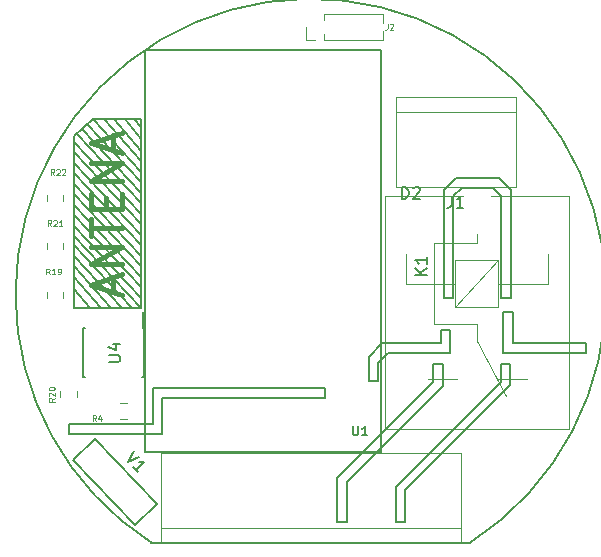
<source format=gto>
G04 #@! TF.GenerationSoftware,KiCad,Pcbnew,(5.0.0)*
G04 #@! TF.CreationDate,2018-11-08T23:55:30+01:00*
G04 #@! TF.ProjectId,ESPAIO,45535041494F2E6B696361645F706362,rev?*
G04 #@! TF.SameCoordinates,Original*
G04 #@! TF.FileFunction,Legend,Top*
G04 #@! TF.FilePolarity,Positive*
%FSLAX46Y46*%
G04 Gerber Fmt 4.6, Leading zero omitted, Abs format (unit mm)*
G04 Created by KiCad (PCBNEW (5.0.0)) date 11/08/18 23:55:30*
%MOMM*%
%LPD*%
G01*
G04 APERTURE LIST*
%ADD10C,0.200000*%
%ADD11C,0.450000*%
%ADD12C,0.120000*%
%ADD13C,0.150000*%
%ADD14C,0.127000*%
%ADD15C,0.125000*%
G04 APERTURE END LIST*
D10*
X100266500Y-105600500D02*
X100266500Y-102108000D01*
X107315000Y-105600500D02*
X100266500Y-105600500D01*
X107315000Y-104775000D02*
X107315000Y-105600500D01*
X101092000Y-104775000D02*
X107315000Y-104775000D01*
X101092000Y-102108000D02*
X101092000Y-104775000D01*
X100266500Y-102108000D02*
X101092000Y-102108000D01*
X88900000Y-105918000D02*
X90043000Y-104775000D01*
X89725500Y-106426000D02*
X90551000Y-105600500D01*
X100965000Y-91821000D02*
X100965000Y-100965000D01*
X99441000Y-91630500D02*
X100139500Y-92329000D01*
X99949000Y-90805000D02*
X100965000Y-91821000D01*
X95250000Y-91821000D02*
X96266000Y-90805000D01*
X96075500Y-92329000D02*
X96774000Y-91630500D01*
X96266000Y-90805000D02*
X99949000Y-90805000D01*
X95250000Y-100965000D02*
X95250000Y-91821000D01*
X100139500Y-100965000D02*
X100965000Y-100965000D01*
X100139500Y-92329000D02*
X100139500Y-100965000D01*
X96774000Y-91630500D02*
X99441000Y-91630500D01*
X96075500Y-100965000D02*
X96075500Y-92329000D01*
X95250000Y-100965000D02*
X96075500Y-100965000D01*
X88900000Y-105918000D02*
X88900000Y-107950000D01*
X94996000Y-104775000D02*
X90043000Y-104775000D01*
X94996000Y-103632000D02*
X94996000Y-104775000D01*
X95821500Y-103632000D02*
X94996000Y-103632000D01*
X95821500Y-105600500D02*
X95821500Y-103632000D01*
X90551000Y-105600500D02*
X95821500Y-105600500D01*
X89725500Y-107950000D02*
X89725500Y-106426000D01*
X88900000Y-107950000D02*
X89725500Y-107950000D01*
X70612000Y-108585000D02*
X85217000Y-108585000D01*
X85217000Y-109410500D02*
X71437500Y-109410500D01*
X71437500Y-112458500D02*
X71437500Y-109410500D01*
X63500000Y-112458500D02*
X71437500Y-112458500D01*
X85217000Y-108585000D02*
X85217000Y-109410500D01*
X70612000Y-111633000D02*
X70612000Y-108585000D01*
X63500000Y-111633000D02*
X70612000Y-111633000D01*
X63500000Y-112458500D02*
X63500000Y-111633000D01*
X100076000Y-106489500D02*
X100901500Y-106489500D01*
X94361000Y-106489500D02*
X95186500Y-106489500D01*
X91186000Y-119888000D02*
X92011500Y-119888000D01*
X86233000Y-119888000D02*
X87058500Y-119888000D01*
X100076000Y-108077000D02*
X100076000Y-106489500D01*
X100901500Y-108331000D02*
X92011500Y-117221000D01*
X91186000Y-116967000D02*
X100076000Y-108077000D01*
X100901500Y-106489500D02*
X100901500Y-108331000D01*
X91186000Y-119888000D02*
X91186000Y-116967000D01*
X92011500Y-119888000D02*
X92011500Y-117221000D01*
X95186500Y-108394500D02*
X87058500Y-116522500D01*
X95186500Y-106489500D02*
X95186500Y-108394500D01*
X94361000Y-108077000D02*
X94361000Y-106489500D01*
X86233000Y-116205000D02*
X94361000Y-108077000D01*
X86233000Y-119888000D02*
X86233000Y-116205000D01*
X87058500Y-119888000D02*
X87058500Y-116522500D01*
X70510501Y-121635125D02*
G75*
G02X59010501Y-100593500I13499999J21041625D01*
G01*
X59010500Y-100593500D02*
G75*
G02X97510500Y-121635125I25000000J0D01*
G01*
X70510501Y-121635125D02*
X97510500Y-121635125D01*
X69024500Y-85788500D02*
X69659500Y-86487000D01*
X63944500Y-87185500D02*
X65595500Y-85788500D01*
X63944500Y-94805500D02*
X69659500Y-100901500D01*
X63944500Y-93916500D02*
X69659500Y-100012500D01*
X63944500Y-93027500D02*
X69659500Y-99123500D01*
X63944500Y-92138500D02*
X69659500Y-98234500D01*
X63944500Y-91249500D02*
X69659500Y-97345500D01*
X63944500Y-90360500D02*
X69659500Y-96456500D01*
X63944500Y-89471500D02*
X69659500Y-95567500D01*
X63944500Y-88582500D02*
X69659500Y-94678500D01*
X63944500Y-87693500D02*
X69659500Y-93789500D01*
X64198500Y-87058500D02*
X69659500Y-92900500D01*
X68262500Y-85788500D02*
X69659500Y-87439500D01*
X67373500Y-85788500D02*
X69659500Y-88455500D01*
X66484500Y-85788500D02*
X69659500Y-89344500D01*
X65595500Y-85788500D02*
X69659500Y-90233500D01*
X65087500Y-86233000D02*
X69659500Y-91122500D01*
X64643000Y-86614000D02*
X69659500Y-92011500D01*
X69659500Y-101790500D02*
X63944500Y-95694500D01*
X68897500Y-101790500D02*
X63944500Y-96456500D01*
X68008500Y-101790500D02*
X63944500Y-97345500D01*
X67119500Y-101790500D02*
X63944500Y-98234500D01*
X66230500Y-101790500D02*
X63944500Y-99123500D01*
X65341500Y-101790500D02*
X63944500Y-100139500D01*
X63944500Y-87185500D02*
X63944500Y-101790500D01*
X69659500Y-85788500D02*
X65595500Y-85788500D01*
X69659500Y-101790500D02*
X69659500Y-85788500D01*
X63944500Y-101790500D02*
X69659500Y-101790500D01*
D11*
X67298833Y-100413309D02*
X67298833Y-99175214D01*
X68041690Y-100660928D02*
X65441690Y-99794261D01*
X68041690Y-98927595D01*
X68041690Y-98060928D02*
X65441690Y-98060928D01*
X68041690Y-96575214D01*
X65441690Y-96575214D01*
X65441690Y-95708547D02*
X65441690Y-94222833D01*
X68041690Y-94965690D02*
X65441690Y-94965690D01*
X66679785Y-93356166D02*
X66679785Y-92489500D01*
X68041690Y-92118071D02*
X68041690Y-93356166D01*
X65441690Y-93356166D01*
X65441690Y-92118071D01*
X68041690Y-91003785D02*
X65441690Y-91003785D01*
X68041690Y-89518071D01*
X65441690Y-89518071D01*
X67298833Y-88403785D02*
X67298833Y-87165690D01*
X68041690Y-88651404D02*
X65441690Y-87784738D01*
X68041690Y-86918071D01*
D12*
G04 #@! TO.C,J1*
X91186000Y-85217000D02*
X101346000Y-85217000D01*
X91186000Y-83947000D02*
X91186000Y-91567000D01*
X91186000Y-91567000D02*
X101346000Y-91567000D01*
X101346000Y-91567000D02*
X101346000Y-83947000D01*
X101346000Y-83947000D02*
X91186000Y-83947000D01*
D13*
G04 #@! TO.C,V1*
X63910952Y-114633985D02*
X69156213Y-120161338D01*
X65753402Y-112885564D02*
X70998664Y-118412917D01*
X70998664Y-118412917D02*
X69156213Y-120161338D01*
X65753402Y-112885564D02*
X63910952Y-114633985D01*
G04 #@! TO.C,U4*
X69885000Y-103495000D02*
X69835000Y-103495000D01*
X69885000Y-107645000D02*
X69740000Y-107645000D01*
X64735000Y-107645000D02*
X64880000Y-107645000D01*
X64735000Y-103495000D02*
X64880000Y-103495000D01*
X69885000Y-103495000D02*
X69885000Y-107645000D01*
X64735000Y-103495000D02*
X64735000Y-107645000D01*
X69835000Y-103495000D02*
X69835000Y-102095000D01*
D14*
G04 #@! TO.C,U1*
X89946500Y-79964500D02*
X69946500Y-79964500D01*
X69946500Y-113964500D02*
X89946500Y-113964500D01*
X89946500Y-113964500D02*
X89946500Y-79964500D01*
X69946500Y-79964500D02*
X69946500Y-113964500D01*
D12*
G04 #@! TO.C,K1*
X96907500Y-92262500D02*
X90307500Y-92262500D01*
X105907500Y-92262500D02*
X99307500Y-92262500D01*
X105907500Y-92262500D02*
X105907500Y-112062500D01*
X105907500Y-112062500D02*
X90307500Y-112062500D01*
X90307500Y-112062500D02*
X90307500Y-92262500D01*
X93907500Y-107812500D02*
X96357500Y-107812500D01*
X102307500Y-107812500D02*
X99807500Y-107812500D01*
X92057500Y-97212500D02*
X92057500Y-99712500D01*
X98057500Y-96312500D02*
X98057500Y-95512500D01*
X104057500Y-99712500D02*
X104057500Y-97212500D01*
X98057500Y-103112500D02*
X98057500Y-104612500D01*
X98057500Y-104612500D02*
X100557500Y-109212500D01*
X94457500Y-103112500D02*
X94457500Y-96312500D01*
X98057500Y-103112500D02*
X94457500Y-103112500D01*
X98057500Y-96312500D02*
X94457500Y-96312500D01*
X104057500Y-99712500D02*
X99857500Y-99712500D01*
X96257500Y-99712500D02*
X92057500Y-99712500D01*
X96257500Y-101712500D02*
X99857500Y-97712500D01*
X96257500Y-97712500D02*
X99857500Y-97712500D01*
X99857500Y-97712500D02*
X99857500Y-101712500D01*
X99857500Y-101712500D02*
X96257500Y-101712500D01*
X96257500Y-101712500D02*
X96257500Y-97712500D01*
G04 #@! TO.C,R19*
X63067000Y-100921078D02*
X63067000Y-100403922D01*
X61647000Y-100921078D02*
X61647000Y-100403922D01*
G04 #@! TO.C,R20*
X64210000Y-108834422D02*
X64210000Y-109351578D01*
X62790000Y-108834422D02*
X62790000Y-109351578D01*
G04 #@! TO.C,R21*
X63067000Y-96778578D02*
X63067000Y-96261422D01*
X61647000Y-96778578D02*
X61647000Y-96261422D01*
G04 #@! TO.C,R22*
X63067000Y-92197422D02*
X63067000Y-92714578D01*
X61647000Y-92197422D02*
X61647000Y-92714578D01*
G04 #@! TO.C,R4*
X68409078Y-111200000D02*
X67891922Y-111200000D01*
X68409078Y-109780000D02*
X67891922Y-109780000D01*
G04 #@! TO.C,J3*
X71310500Y-121666000D02*
X96710500Y-121666000D01*
X71310500Y-120396000D02*
X96710500Y-120396000D01*
X71310500Y-114046000D02*
X96710500Y-114046000D01*
X96710500Y-114046000D02*
X96710500Y-121666000D01*
X71310500Y-114046000D02*
X71310500Y-121666000D01*
G04 #@! TO.C,J2*
X90103000Y-79088000D02*
X90103000Y-78285530D01*
X90103000Y-77670470D02*
X90103000Y-76868000D01*
X85088000Y-79088000D02*
X90103000Y-79088000D01*
X85088000Y-76868000D02*
X90103000Y-76868000D01*
X85088000Y-79088000D02*
X85088000Y-78541471D01*
X85088000Y-77414529D02*
X85088000Y-76868000D01*
X84328000Y-79088000D02*
X83568000Y-79088000D01*
X83568000Y-79088000D02*
X83568000Y-77978000D01*
G04 #@! TD*
G04 #@! TO.C,J1*
D13*
X95932666Y-92289380D02*
X95932666Y-93003666D01*
X95885047Y-93146523D01*
X95789809Y-93241761D01*
X95646952Y-93289380D01*
X95551714Y-93289380D01*
X96932666Y-93289380D02*
X96361238Y-93289380D01*
X96646952Y-93289380D02*
X96646952Y-92289380D01*
X96551714Y-92432238D01*
X96456476Y-92527476D01*
X96361238Y-92575095D01*
G04 #@! TO.C,V1*
X69045125Y-113898287D02*
X68549202Y-114828433D01*
X69504028Y-114381870D01*
X69368672Y-115691974D02*
X68975326Y-115277474D01*
X69171999Y-115484724D02*
X69897373Y-114796369D01*
X69728191Y-114825622D01*
X69593550Y-114822097D01*
X69493451Y-114785792D01*
G04 #@! TO.C,U4*
X66889380Y-106331904D02*
X67698904Y-106331904D01*
X67794142Y-106284285D01*
X67841761Y-106236666D01*
X67889380Y-106141428D01*
X67889380Y-105950952D01*
X67841761Y-105855714D01*
X67794142Y-105808095D01*
X67698904Y-105760476D01*
X66889380Y-105760476D01*
X67222714Y-104855714D02*
X67889380Y-104855714D01*
X66841761Y-105093809D02*
X67556047Y-105331904D01*
X67556047Y-104712857D01*
G04 #@! TO.C,U1*
D14*
X87580928Y-111787214D02*
X87580928Y-112404071D01*
X87617214Y-112476642D01*
X87653500Y-112512928D01*
X87726071Y-112549214D01*
X87871214Y-112549214D01*
X87943785Y-112512928D01*
X87980071Y-112476642D01*
X88016357Y-112404071D01*
X88016357Y-111787214D01*
X88778357Y-112549214D02*
X88342928Y-112549214D01*
X88560642Y-112549214D02*
X88560642Y-111787214D01*
X88488071Y-111896071D01*
X88415500Y-111968642D01*
X88342928Y-112004928D01*
G04 #@! TO.C,K1*
D13*
X93860880Y-98972595D02*
X92860880Y-98972595D01*
X93860880Y-98401166D02*
X93289452Y-98829738D01*
X92860880Y-98401166D02*
X93432309Y-98972595D01*
X93860880Y-97448785D02*
X93860880Y-98020214D01*
X93860880Y-97734500D02*
X92860880Y-97734500D01*
X93003738Y-97829738D01*
X93098976Y-97924976D01*
X93146595Y-98020214D01*
G04 #@! TO.C,R19*
D15*
X61908571Y-98935190D02*
X61741904Y-98697095D01*
X61622857Y-98935190D02*
X61622857Y-98435190D01*
X61813333Y-98435190D01*
X61860952Y-98459000D01*
X61884761Y-98482809D01*
X61908571Y-98530428D01*
X61908571Y-98601857D01*
X61884761Y-98649476D01*
X61860952Y-98673285D01*
X61813333Y-98697095D01*
X61622857Y-98697095D01*
X62384761Y-98935190D02*
X62099047Y-98935190D01*
X62241904Y-98935190D02*
X62241904Y-98435190D01*
X62194285Y-98506619D01*
X62146666Y-98554238D01*
X62099047Y-98578047D01*
X62622857Y-98935190D02*
X62718095Y-98935190D01*
X62765714Y-98911380D01*
X62789523Y-98887571D01*
X62837142Y-98816142D01*
X62860952Y-98720904D01*
X62860952Y-98530428D01*
X62837142Y-98482809D01*
X62813333Y-98459000D01*
X62765714Y-98435190D01*
X62670476Y-98435190D01*
X62622857Y-98459000D01*
X62599047Y-98482809D01*
X62575238Y-98530428D01*
X62575238Y-98649476D01*
X62599047Y-98697095D01*
X62622857Y-98720904D01*
X62670476Y-98744714D01*
X62765714Y-98744714D01*
X62813333Y-98720904D01*
X62837142Y-98697095D01*
X62860952Y-98649476D01*
G04 #@! TO.C,R20*
X62329190Y-109414428D02*
X62091095Y-109581095D01*
X62329190Y-109700142D02*
X61829190Y-109700142D01*
X61829190Y-109509666D01*
X61853000Y-109462047D01*
X61876809Y-109438238D01*
X61924428Y-109414428D01*
X61995857Y-109414428D01*
X62043476Y-109438238D01*
X62067285Y-109462047D01*
X62091095Y-109509666D01*
X62091095Y-109700142D01*
X61876809Y-109223952D02*
X61853000Y-109200142D01*
X61829190Y-109152523D01*
X61829190Y-109033476D01*
X61853000Y-108985857D01*
X61876809Y-108962047D01*
X61924428Y-108938238D01*
X61972047Y-108938238D01*
X62043476Y-108962047D01*
X62329190Y-109247761D01*
X62329190Y-108938238D01*
X61829190Y-108628714D02*
X61829190Y-108581095D01*
X61853000Y-108533476D01*
X61876809Y-108509666D01*
X61924428Y-108485857D01*
X62019666Y-108462047D01*
X62138714Y-108462047D01*
X62233952Y-108485857D01*
X62281571Y-108509666D01*
X62305380Y-108533476D01*
X62329190Y-108581095D01*
X62329190Y-108628714D01*
X62305380Y-108676333D01*
X62281571Y-108700142D01*
X62233952Y-108723952D01*
X62138714Y-108747761D01*
X62019666Y-108747761D01*
X61924428Y-108723952D01*
X61876809Y-108700142D01*
X61853000Y-108676333D01*
X61829190Y-108628714D01*
G04 #@! TO.C,R21*
X62035571Y-94841190D02*
X61868904Y-94603095D01*
X61749857Y-94841190D02*
X61749857Y-94341190D01*
X61940333Y-94341190D01*
X61987952Y-94365000D01*
X62011761Y-94388809D01*
X62035571Y-94436428D01*
X62035571Y-94507857D01*
X62011761Y-94555476D01*
X61987952Y-94579285D01*
X61940333Y-94603095D01*
X61749857Y-94603095D01*
X62226047Y-94388809D02*
X62249857Y-94365000D01*
X62297476Y-94341190D01*
X62416523Y-94341190D01*
X62464142Y-94365000D01*
X62487952Y-94388809D01*
X62511761Y-94436428D01*
X62511761Y-94484047D01*
X62487952Y-94555476D01*
X62202238Y-94841190D01*
X62511761Y-94841190D01*
X62987952Y-94841190D02*
X62702238Y-94841190D01*
X62845095Y-94841190D02*
X62845095Y-94341190D01*
X62797476Y-94412619D01*
X62749857Y-94460238D01*
X62702238Y-94484047D01*
G04 #@! TO.C,R22*
X62289571Y-90523190D02*
X62122904Y-90285095D01*
X62003857Y-90523190D02*
X62003857Y-90023190D01*
X62194333Y-90023190D01*
X62241952Y-90047000D01*
X62265761Y-90070809D01*
X62289571Y-90118428D01*
X62289571Y-90189857D01*
X62265761Y-90237476D01*
X62241952Y-90261285D01*
X62194333Y-90285095D01*
X62003857Y-90285095D01*
X62480047Y-90070809D02*
X62503857Y-90047000D01*
X62551476Y-90023190D01*
X62670523Y-90023190D01*
X62718142Y-90047000D01*
X62741952Y-90070809D01*
X62765761Y-90118428D01*
X62765761Y-90166047D01*
X62741952Y-90237476D01*
X62456238Y-90523190D01*
X62765761Y-90523190D01*
X62956238Y-90070809D02*
X62980047Y-90047000D01*
X63027666Y-90023190D01*
X63146714Y-90023190D01*
X63194333Y-90047000D01*
X63218142Y-90070809D01*
X63241952Y-90118428D01*
X63241952Y-90166047D01*
X63218142Y-90237476D01*
X62932428Y-90523190D01*
X63241952Y-90523190D01*
G04 #@! TO.C,R4*
X65829666Y-111351190D02*
X65663000Y-111113095D01*
X65543952Y-111351190D02*
X65543952Y-110851190D01*
X65734428Y-110851190D01*
X65782047Y-110875000D01*
X65805857Y-110898809D01*
X65829666Y-110946428D01*
X65829666Y-111017857D01*
X65805857Y-111065476D01*
X65782047Y-111089285D01*
X65734428Y-111113095D01*
X65543952Y-111113095D01*
X66258238Y-111017857D02*
X66258238Y-111351190D01*
X66139190Y-110827380D02*
X66020142Y-111184523D01*
X66329666Y-111184523D01*
G04 #@! TO.C,D2*
D13*
X91718904Y-92527380D02*
X91718904Y-91527380D01*
X91957000Y-91527380D01*
X92099857Y-91575000D01*
X92195095Y-91670238D01*
X92242714Y-91765476D01*
X92290333Y-91955952D01*
X92290333Y-92098809D01*
X92242714Y-92289285D01*
X92195095Y-92384523D01*
X92099857Y-92479761D01*
X91957000Y-92527380D01*
X91718904Y-92527380D01*
X92671285Y-91622619D02*
X92718904Y-91575000D01*
X92814142Y-91527380D01*
X93052238Y-91527380D01*
X93147476Y-91575000D01*
X93195095Y-91622619D01*
X93242714Y-91717857D01*
X93242714Y-91813095D01*
X93195095Y-91955952D01*
X92623666Y-92527380D01*
X93242714Y-92527380D01*
G04 #@! TO.C,J2*
D15*
X90511333Y-77704190D02*
X90511333Y-78061333D01*
X90487523Y-78132761D01*
X90439904Y-78180380D01*
X90368476Y-78204190D01*
X90320857Y-78204190D01*
X90725619Y-77751809D02*
X90749428Y-77728000D01*
X90797047Y-77704190D01*
X90916095Y-77704190D01*
X90963714Y-77728000D01*
X90987523Y-77751809D01*
X91011333Y-77799428D01*
X91011333Y-77847047D01*
X90987523Y-77918476D01*
X90701809Y-78204190D01*
X91011333Y-78204190D01*
G04 #@! TD*
M02*

</source>
